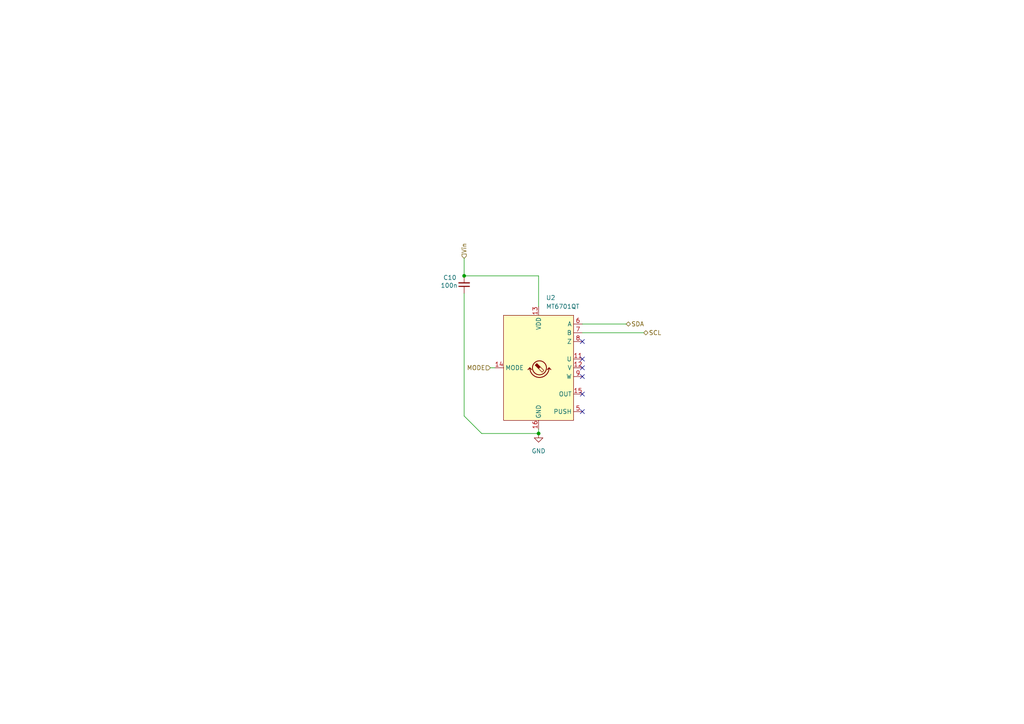
<source format=kicad_sch>
(kicad_sch (version 20250114) (generator "eeschema") (generator_version "9.0")
  (paper "A4")
  (title_block (title "QNOB") (date "2025-04-17") (rev "0.5") (company "12M Design") (comment 1 "Alper Basaran"))
  (lib_symbols
    (symbol "Device:C_Small" (pin_numbers (hide yes)) (pin_names (offset 0.254) (hide yes))
      (property "Reference" "C" (at 0.254 1.778 0))
      (property "Value" "C_Small" (at 0.254 -2.032 0))
      (symbol "C_Small_0_1"
        (polyline (pts (xy -1.524 0.508) (xy 1.524 0.508)) (stroke (width 0.3048)))
        (polyline (pts (xy -1.524 -0.508) (xy 1.524 -0.508)) (stroke (width 0.3302)))
      )
      (symbol "C_Small_1_1"
        (pin passive line (at 0 2.54 270) (length 2.032) (name "~") (number "1"))
        (pin passive line (at 0 -2.54 90) (length 2.032) (name "~") (number "2"))
      )
    )
    (symbol "Sensor_Magnetic:MT6701QT"
      (property "Reference" "U" (at -9.6632 16.4397 0))
      (property "Value" "MT6701QT" (at 5.5155 16.4397 0))
      (symbol "MT6701QT_0_1"
        (polyline (pts (xy -2.54 0) (xy -3.048 -0.508)) (stroke (width 0.254)))
        (polyline (pts (xy -2.54 0) (xy -2.032 -0.508)) (stroke (width 0.254)))
        (arc (start 3.048 0) (mid 0.254 -2.7819) (end -2.54 0) (stroke (width 0.254)))
        (polyline (pts (xy 3.048 0) (xy 2.54 -0.508)) (stroke (width 0.254)))
        (polyline (pts (xy 3.048 0) (xy 3.556 -0.508)) (stroke (width 0.254)))
      )
      (symbol "MT6701QT_1_1"
        (rectangle (start -10.16 15.24) (end 10.16 -15.24) (fill (type background)))
        (polyline (pts (xy -0.508 1.27) (xy 0.508 0.254) (xy 0 -0.254) (xy -1.016 0.762) (xy -0.762 1.016) (xy -0.508 1.27) (xy -0.381 1.143)) (fill (type outline)))
        (circle (center 0.254 0) (radius 2.032) (stroke (width 0.254)))
        (polyline (pts (xy 0.508 0.254) (xy 1.524 -0.762) (xy 1.016 -1.27) (xy 0 -0.254)))
        (pin input line (at -12.7 0 0) (length 2.54) (name "MODE") (number "14"))
        (pin no_connect line (at -10.16 12.7 0) (length 2.54) (hide yes) (name "NC") (number "1"))
        (pin no_connect line (at -10.16 10.16 0) (length 2.54) (hide yes) (name "NC") (number "2"))
        (pin no_connect line (at -10.16 7.62 0) (length 2.54) (hide yes) (name "NC") (number "3"))
        (pin no_connect line (at -10.16 5.08 0) (length 2.54) (hide yes) (name "NC") (number "4"))
        (pin no_connect line (at -10.16 2.54 0) (length 2.54) (hide yes) (name "NC") (number "10"))
        (pin power_in line (at 0 17.78 270) (length 2.54) (name "VDD") (number "13"))
        (pin power_in line (at 0 -17.78 90) (length 2.54) (name "GND") (number "16"))
        (pin passive line (at 0 -17.78 90) (length 2.54) (hide yes) (name "GND") (number "17"))
        (pin output line (at 12.7 12.7 180) (length 2.54) (name "A") (number "6"))
        (pin output line (at 12.7 10.16 180) (length 2.54) (name "B") (number "7"))
        (pin output line (at 12.7 7.62 180) (length 2.54) (name "Z") (number "8"))
        (pin output line (at 12.7 2.54 180) (length 2.54) (name "U") (number "11"))
        (pin output line (at 12.7 0 180) (length 2.54) (name "V") (number "12"))
        (pin output line (at 12.7 -2.54 180) (length 2.54) (name "W") (number "9"))
        (pin output line (at 12.7 -7.62 180) (length 2.54) (name "OUT") (number "15"))
        (pin output line (at 12.7 -12.7 180) (length 2.54) (name "PUSH") (number "5"))
      )
    )
    (symbol "power:GND" (power) (pin_names (offset 0))
      (property "Value" "GND" (at 0 -3.81 0))
      (symbol "GND_0_1"
        (polyline (pts (xy 0 0) (xy 0 -1.27) (xy 1.27 -1.27) (xy 0 -2.54) (xy -1.27 -1.27) (xy 0 -1.27)))
      )
      (symbol "GND_1_1"
        (pin power_in line (at 0 0 270) (length 0) (hide yes) (name "GND") (number "1"))
      )
    )
  )
  (junction (at 156.21 125.73))
  (junction (at 134.62 80.01))
  (no_connect (at 168.91 106.68))
  (no_connect (at 168.91 119.38))
  (no_connect (at 168.91 99.06))
  (no_connect (at 168.91 109.22))
  (no_connect (at 168.91 114.3))
  (no_connect (at 168.91 104.14))
  (wire (pts (xy 156.21 125.73) (xy 139.7 125.73)))
  (wire (pts (xy 156.21 124.46) (xy 156.21 125.73)))
  (wire (pts (xy 143.51 106.68) (xy 142.24 106.68)))
  (wire (pts (xy 168.91 93.98) (xy 181.61 93.98)))
  (wire (pts (xy 134.62 80.01) (xy 156.21 80.01)))
  (wire (pts (xy 134.62 74.93) (xy 134.62 80.01)))
  (wire (pts (xy 139.7 125.73) (xy 134.62 120.65)))
  (wire (pts (xy 168.91 96.52) (xy 186.69 96.52)))
  (wire (pts (xy 134.62 85.09) (xy 134.62 120.65)))
  (wire (pts (xy 156.21 88.9) (xy 156.21 80.01)))
  (hierarchical_label "SCL" (shape bidirectional) (at 186.69 96.52 0))
  (hierarchical_label "MODE" (shape input) (at 142.24 106.68 180))
  (hierarchical_label "SDA" (shape bidirectional) (at 181.61 93.98 0))
  (hierarchical_label "Vin" (shape input) (at 134.62 74.93 90))
  (symbol (lib_id "Device:C_Small") (at 134.62 82.55 180) (unit 1)
    (property "Reference" "C10" (at 128.524 80.518 0) (effects (justify right)))
    (property "Value" "100n" (at 127.762 82.804 0) (effects (justify right)))
    (property "Footprint" "Capacitor_SMD:C_0402_1005Metric" (effects (hide yes)))
    (property "Description" "Unpolarized capacitor, small symbol" (effects (hide yes)))
  )
  (symbol (lib_id "power:GND") (at 156.21 125.73 0) (unit 1)
    (property "Reference" "#PWR07" (effects (hide yes)))
    (property "Value" "GND" (at 156.21 130.81 0))
  )
  (symbol (lib_id "Sensor_Magnetic:MT6701QT") (at 156.21 106.68 0) (unit 1)
    (property "Reference" "U2" (at 158.3533 86.36 0) (effects (justify left)))
    (property "Value" "MT6701QT" (at 158.3533 88.9 0) (effects (justify left)))
    (property "Footprint" "Package_DFN_QFN:QFN-16-1EP_3x3mm_P0.5mm_EP1.7x1.7mm" (effects (hide yes)))
    (property "Datasheet" "https://www.magntek.com.cn/upload/MT6701_Rev.1.5.pdf" (effects (hide yes)))
    (property "Description" "Hall Based Angle Position Encoder Sensor, I2C, SSI, ABZ & UVW interfaces, 3.3..5V supply, QFN-16" (effects (hide yes)))
  )
)
</source>
